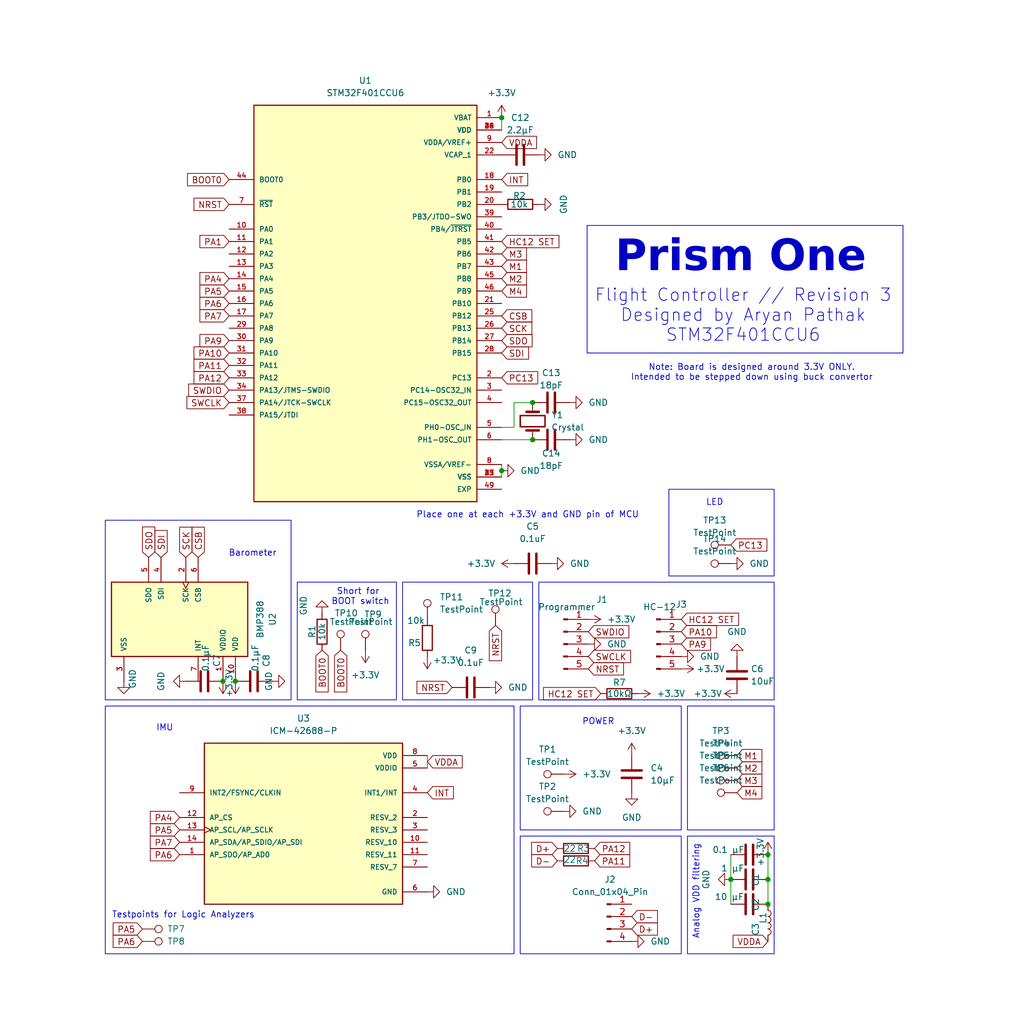
<source format=kicad_sch>
(kicad_sch (version 20250114) (generator "eeschema") (generator_version "9.0")
  (paper "User" 210 210)
  (lib_symbols
    (symbol "BMP388:BMP388" (pin_names (offset 1.016))
      (property "Reference" "U" (at -7.6281 15.2562 0))
      (property "Value" "BMP388" (at -7.6268 -15.2536 0))
      (symbol "BMP388_0_0"
        (rectangle (start -7.62 -12.7) (end 7.62 15.24) (stroke (width 0.254)) (fill (type background)))
        (pin input line (at -12.7 5.08 0) (length 5.08) (name "CSB") (number "6"))
        (pin input clock (at -12.7 2.54 0) (length 5.08) (name "SCK") (number "2"))
        (pin bidirectional line (at -12.7 -2.54 0) (length 5.08) (name "SDI") (number "4"))
        (pin bidirectional line (at -12.7 -5.08 0) (length 5.08) (name "SDO") (number "5"))
        (pin power_in line (at 12.7 12.7 180) (length 5.08) (name "VDD") (number "10"))
        (pin power_in line (at 12.7 10.16 180) (length 5.08) (name "VDDIO") (number "1"))
        (pin output line (at 12.7 5.08 180) (length 5.08) (name "INT") (number "7"))
        (pin power_in line (at 12.7 -10.16 180) (length 5.08) (name "VSS") (number "3"))
        (pin power_in line (at 12.7 -10.16 180) (length 5.08) (hide yes) (name "VSS") (number "8"))
        (pin power_in line (at 12.7 -10.16 180) (length 5.08) (hide yes) (name "VSS") (number "9"))
      )
    )
    (symbol "Connector:Conn_01x04_Pin" (pin_names (offset 1.016) (hide yes))
      (property "Reference" "J" (at 0 5.08 0))
      (property "Value" "Conn_01x04_Pin" (at 0 -7.62 0))
      (symbol "Conn_01x04_Pin_1_1"
        (rectangle (start 0.8636 2.667) (end 0 2.413) (stroke (width 0.1524)) (fill (type outline)))
        (rectangle (start 0.8636 0.127) (end 0 -0.127) (stroke (width 0.1524)) (fill (type outline)))
        (rectangle (start 0.8636 -2.413) (end 0 -2.667) (stroke (width 0.1524)) (fill (type outline)))
        (rectangle (start 0.8636 -4.953) (end 0 -5.207) (stroke (width 0.1524)) (fill (type outline)))
        (polyline (pts (xy 1.27 2.54) (xy 0.8636 2.54)) (stroke (width 0.1524)))
        (polyline (pts (xy 1.27 0) (xy 0.8636 0)) (stroke (width 0.1524)))
        (polyline (pts (xy 1.27 -2.54) (xy 0.8636 -2.54)) (stroke (width 0.1524)))
        (polyline (pts (xy 1.27 -5.08) (xy 0.8636 -5.08)) (stroke (width 0.1524)))
        (pin passive line (at 5.08 2.54 180) (length 3.81) (name "Pin_1") (number "1"))
        (pin passive line (at 5.08 0 180) (length 3.81) (name "Pin_2") (number "2"))
        (pin passive line (at 5.08 -2.54 180) (length 3.81) (name "Pin_3") (number "3"))
        (pin passive line (at 5.08 -5.08 180) (length 3.81) (name "Pin_4") (number "4"))
      )
    )
    (symbol "Connector:Conn_01x05_Pin" (pin_names (offset 1.016) (hide yes))
      (property "Reference" "J" (at 0 7.62 0))
      (property "Value" "Conn_01x05_Pin" (at 0 -7.62 0))
      (symbol "Conn_01x05_Pin_1_1"
        (rectangle (start 0.8636 5.207) (end 0 4.953) (stroke (width 0.1524)) (fill (type outline)))
        (rectangle (start 0.8636 2.667) (end 0 2.413) (stroke (width 0.1524)) (fill (type outline)))
        (rectangle (start 0.8636 0.127) (end 0 -0.127) (stroke (width 0.1524)) (fill (type outline)))
        (rectangle (start 0.8636 -2.413) (end 0 -2.667) (stroke (width 0.1524)) (fill (type outline)))
        (rectangle (start 0.8636 -4.953) (end 0 -5.207) (stroke (width 0.1524)) (fill (type outline)))
        (polyline (pts (xy 1.27 5.08) (xy 0.8636 5.08)) (stroke (width 0.1524)))
        (polyline (pts (xy 1.27 2.54) (xy 0.8636 2.54)) (stroke (width 0.1524)))
        (polyline (pts (xy 1.27 0) (xy 0.8636 0)) (stroke (width 0.1524)))
        (polyline (pts (xy 1.27 -2.54) (xy 0.8636 -2.54)) (stroke (width 0.1524)))
        (polyline (pts (xy 1.27 -5.08) (xy 0.8636 -5.08)) (stroke (width 0.1524)))
        (pin passive line (at 5.08 5.08 180) (length 3.81) (name "Pin_1") (number "1"))
        (pin passive line (at 5.08 2.54 180) (length 3.81) (name "Pin_2") (number "2"))
        (pin passive line (at 5.08 0 180) (length 3.81) (name "Pin_3") (number "3"))
        (pin passive line (at 5.08 -2.54 180) (length 3.81) (name "Pin_4") (number "4"))
        (pin passive line (at 5.08 -5.08 180) (length 3.81) (name "Pin_5") (number "5"))
      )
    )
    (symbol "Connector:TestPoint" (pin_numbers (hide yes)) (pin_names (offset 0.762) (hide yes))
      (property "Reference" "TP" (at 0 6.858 0))
      (property "Value" "TestPoint" (at 0 5.08 0))
      (symbol "TestPoint_0_1"
        (circle (center 0 3.302) (radius 0.762))
      )
      (symbol "TestPoint_1_1"
        (pin passive line (at 0 0 90) (length 2.54) (name "1") (number "1"))
      )
    )
    (symbol "Device:C" (pin_numbers (hide yes)) (pin_names (offset 0.254))
      (property "Reference" "C" (at 0.635 2.54 0))
      (property "Value" "C" (at 0.635 -2.54 0))
      (symbol "C_0_1"
        (polyline (pts (xy -2.032 0.762) (xy 2.032 0.762)) (stroke (width 0.508)))
        (polyline (pts (xy -2.032 -0.762) (xy 2.032 -0.762)) (stroke (width 0.508)))
      )
      (symbol "C_1_1"
        (pin passive line (at 0 3.81 270) (length 2.794) (name "~") (number "1"))
        (pin passive line (at 0 -3.81 90) (length 2.794) (name "~") (number "2"))
      )
    )
    (symbol "Device:Crystal" (pin_numbers (hide yes)) (pin_names (offset 1.016) (hide yes))
      (property "Reference" "Y" (at 0 3.81 0))
      (property "Value" "Crystal" (at 0 -3.81 0))
      (symbol "Crystal_0_1"
        (polyline (pts (xy -2.54 0) (xy -1.905 0)))
        (polyline (pts (xy -1.905 -1.27) (xy -1.905 1.27)) (stroke (width 0.508)))
        (rectangle (start -1.143 2.54) (end 1.143 -2.54) (stroke (width 0.3048)))
        (polyline (pts (xy 1.905 -1.27) (xy 1.905 1.27)) (stroke (width 0.508)))
        (polyline (pts (xy 2.54 0) (xy 1.905 0)))
      )
      (symbol "Crystal_1_1"
        (pin passive line (at -3.81 0 0) (length 1.27) (name "1") (number "1"))
        (pin passive line (at 3.81 0 180) (length 1.27) (name "2") (number "2"))
      )
    )
    (symbol "Device:L" (pin_numbers (hide yes)) (pin_names (offset 1.016) (hide yes))
      (property "Reference" "L" (at -1.27 0 90))
      (property "Value" "L" (at 1.905 0 90))
      (symbol "L_0_1"
        (arc (start 0 2.54) (mid 0.6323 1.905) (end 0 1.27))
        (arc (start 0 1.27) (mid 0.6323 0.635) (end 0 0))
        (arc (start 0 0) (mid 0.6323 -0.635) (end 0 -1.27))
        (arc (start 0 -1.27) (mid 0.6323 -1.905) (end 0 -2.54))
      )
      (symbol "L_1_1"
        (pin passive line (at 0 3.81 270) (length 1.27) (name "1") (number "1"))
        (pin passive line (at 0 -3.81 90) (length 1.27) (name "2") (number "2"))
      )
    )
    (symbol "Device:R" (pin_numbers (hide yes)) (pin_names (offset 0))
      (property "Reference" "R" (at 2.032 0 90))
      (property "Value" "R" (at 0 0 90))
      (symbol "R_0_1"
        (rectangle (start -1.016 -2.54) (end 1.016 2.54) (stroke (width 0.254)))
      )
      (symbol "R_1_1"
        (pin passive line (at 0 3.81 270) (length 1.27) (name "~") (number "1"))
        (pin passive line (at 0 -3.81 90) (length 1.27) (name "~") (number "2"))
      )
    )
    (symbol "ICM-42688-P:ICM-42688-P" (pin_names (offset 1.016))
      (property "Reference" "U" (at -20.32 16.002 0))
      (property "Value" "ICM-42688-P" (at -20.32 -20.32 0))
      (symbol "ICM-42688-P_0_0"
        (rectangle (start -20.32 -17.78) (end 20.32 15.24) (stroke (width 0.254)) (fill (type background)))
        (pin bidirectional line (at -25.4 5.08 0) (length 5.08) (name "INT2/FSYNC/CLKIN") (number "9"))
        (pin input line (at -25.4 0 0) (length 5.08) (name "AP_CS") (number "12"))
        (pin input clock (at -25.4 -2.54 0) (length 5.08) (name "AP_SCL/AP_SCLK") (number "13"))
        (pin bidirectional line (at -25.4 -5.08 0) (length 5.08) (name "AP_SDA/AP_SDIO/AP_SDI") (number "14"))
        (pin bidirectional line (at -25.4 -7.62 0) (length 5.08) (name "AP_SDO/AP_AD0") (number "1"))
        (pin power_in line (at 25.4 12.7 180) (length 5.08) (name "VDD") (number "8"))
        (pin power_in line (at 25.4 10.16 180) (length 5.08) (name "VDDIO") (number "5"))
        (pin output line (at 25.4 5.08 180) (length 5.08) (name "INT1/INT") (number "4"))
        (pin passive line (at 25.4 0 180) (length 5.08) (name "RESV_2") (number "2"))
        (pin passive line (at 25.4 -2.54 180) (length 5.08) (name "RESV_3") (number "3"))
        (pin passive line (at 25.4 -5.08 180) (length 5.08) (name "RESV_10") (number "10"))
        (pin passive line (at 25.4 -7.62 180) (length 5.08) (name "RESV_11") (number "11"))
        (pin passive line (at 25.4 -10.16 180) (length 5.08) (name "RESV_7") (number "7"))
        (pin power_in line (at 25.4 -15.24 180) (length 5.08) (name "GND") (number "6"))
      )
    )
    (symbol "STM32F401CCU6:STM32F401CCU6" (pin_names (offset 1.016))
      (property "Reference" "U" (at -22.86 41.402 0))
      (property "Value" "STM32F401CCU6" (at -22.86 -43.18 0))
      (symbol "STM32F401CCU6_0_0"
        (rectangle (start -22.86 -40.64) (end 22.86 40.64) (stroke (width 0.254)) (fill (type background)))
        (pin input line (at -27.94 25.4 0) (length 5.08) (name "BOOT0") (number "44"))
        (pin bidirectional line (at -27.94 20.32 0) (length 5.08) (name "~{RST}") (number "7"))
        (pin bidirectional line (at -27.94 15.24 0) (length 5.08) (name "PA0") (number "10"))
        (pin bidirectional line (at -27.94 12.7 0) (length 5.08) (name "PA1") (number "11"))
        (pin bidirectional line (at -27.94 10.16 0) (length 5.08) (name "PA2") (number "12"))
        (pin bidirectional line (at -27.94 7.62 0) (length 5.08) (name "PA3") (number "13"))
        (pin bidirectional line (at -27.94 5.08 0) (length 5.08) (name "PA4") (number "14"))
        (pin bidirectional line (at -27.94 2.54 0) (length 5.08) (name "PA5") (number "15"))
        (pin bidirectional line (at -27.94 0 0) (length 5.08) (name "PA6") (number "16"))
        (pin bidirectional line (at -27.94 -2.54 0) (length 5.08) (name "PA7") (number "17"))
        (pin bidirectional line (at -27.94 -5.08 0) (length 5.08) (name "PA8") (number "29"))
        (pin bidirectional line (at -27.94 -7.62 0) (length 5.08) (name "PA9") (number "30"))
        (pin bidirectional line (at -27.94 -10.16 0) (length 5.08) (name "PA10") (number "31"))
        (pin bidirectional line (at -27.94 -12.7 0) (length 5.08) (name "PA11") (number "32"))
        (pin bidirectional line (at -27.94 -15.24 0) (length 5.08) (name "PA12") (number "33"))
        (pin bidirectional line (at -27.94 -17.78 0) (length 5.08) (name "PA13/JTMS-SWDIO") (number "34"))
        (pin bidirectional line (at -27.94 -20.32 0) (length 5.08) (name "PA14/JTCK-SWCLK") (number "37"))
        (pin bidirectional line (at -27.94 -22.86 0) (length 5.08) (name "PA15/JTDI") (number "38"))
        (pin power_in line (at 27.94 38.1 180) (length 5.08) (name "VBAT") (number "1"))
        (pin power_in line (at 27.94 35.56 180) (length 5.08) (name "VDD") (number "24"))
        (pin power_in line (at 27.94 35.56 180) (length 5.08) (name "VDD") (number "36"))
        (pin power_in line (at 27.94 35.56 180) (length 5.08) (name "VDD") (number "48"))
        (pin power_in line (at 27.94 33.02 180) (length 5.08) (name "VDDA/VREF+") (number "9"))
        (pin power_in line (at 27.94 30.48 180) (length 5.08) (name "VCAP_1") (number "22"))
        (pin bidirectional line (at 27.94 25.4 180) (length 5.08) (name "PB0") (number "18"))
        (pin bidirectional line (at 27.94 22.86 180) (length 5.08) (name "PB1") (number "19"))
        (pin bidirectional line (at 27.94 20.32 180) (length 5.08) (name "PB2") (number "20"))
        (pin bidirectional line (at 27.94 17.78 180) (length 5.08) (name "PB3/JTDO-SWO") (number "39"))
        (pin bidirectional line (at 27.94 15.24 180) (length 5.08) (name "PB4/~{JTRST}") (number "40"))
        (pin bidirectional line (at 27.94 12.7 180) (length 5.08) (name "PB5") (number "41"))
        (pin bidirectional line (at 27.94 10.16 180) (length 5.08) (name "PB6") (number "42"))
        (pin bidirectional line (at 27.94 7.62 180) (length 5.08) (name "PB7") (number "43"))
        (pin bidirectional line (at 27.94 5.08 180) (length 5.08) (name "PB8") (number "45"))
        (pin bidirectional line (at 27.94 2.54 180) (length 5.08) (name "PB9") (number "46"))
        (pin bidirectional line (at 27.94 0 180) (length 5.08) (name "PB10") (number "21"))
        (pin bidirectional line (at 27.94 -2.54 180) (length 5.08) (name "PB12") (number "25"))
        (pin bidirectional line (at 27.94 -5.08 180) (length 5.08) (name "PB13") (number "26"))
        (pin bidirectional line (at 27.94 -7.62 180) (length 5.08) (name "PB14") (number "27"))
        (pin bidirectional line (at 27.94 -10.16 180) (length 5.08) (name "PB15") (number "28"))
        (pin bidirectional line (at 27.94 -15.24 180) (length 5.08) (name "PC13") (number "2"))
        (pin bidirectional line (at 27.94 -17.78 180) (length 5.08) (name "PC14-OSC32_IN") (number "3"))
        (pin bidirectional line (at 27.94 -20.32 180) (length 5.08) (name "PC15-OSC32_OUT") (number "4"))
        (pin bidirectional line (at 27.94 -25.4 180) (length 5.08) (name "PH0-OSC_IN") (number "5"))
        (pin bidirectional line (at 27.94 -27.94 180) (length 5.08) (name "PH1-OSC_OUT") (number "6"))
        (pin power_in line (at 27.94 -33.02 180) (length 5.08) (name "VSSA/VREF-") (number "8"))
        (pin power_in line (at 27.94 -35.56 180) (length 5.08) (name "VSS") (number "23"))
        (pin power_in line (at 27.94 -35.56 180) (length 5.08) (name "VSS") (number "35"))
        (pin power_in line (at 27.94 -35.56 180) (length 5.08) (name "VSS") (number "47"))
        (pin power_in line (at 27.94 -38.1 180) (length 5.08) (name "EXP") (number "49"))
      )
    )
    (symbol "power:+3.3V" (power) (pin_numbers (hide yes)) (pin_names (offset 0) (hide yes))
      (property "Value" "+3.3V" (at 0 3.556 0))
      (symbol "+3.3V_0_1"
        (polyline (pts (xy -0.762 1.27) (xy 0 2.54)))
        (polyline (pts (xy 0 2.54) (xy 0.762 1.27)))
        (polyline (pts (xy 0 0) (xy 0 2.54)))
      )
      (symbol "+3.3V_1_1"
        (pin power_in line (at 0 0 90) (length 0) (name "~") (number "1"))
      )
    )
    (symbol "power:GND" (power) (pin_numbers (hide yes)) (pin_names (offset 0) (hide yes))
      (property "Value" "GND" (at 0 -3.81 0))
      (symbol "GND_0_1"
        (polyline (pts (xy 0 0) (xy 0 -1.27) (xy 1.27 -1.27) (xy 0 -2.54) (xy -1.27 -1.27) (xy 0 -1.27)))
      )
      (symbol "GND_1_1"
        (pin power_in line (at 0 0 270) (length 0) (name "~") (number "1"))
      )
    )
  )
  (rectangle (start 110.49 119.38) (end 158.75 143.51))
  (rectangle (start 21.59 144.78) (end 105.41 195.58))
  (rectangle (start 106.68 171.45) (end 139.7 195.58))
  (rectangle (start 106.68 144.78) (end 139.7 170.18))
  (rectangle (start 140.97 171.45) (end 158.75 195.58))
  (rectangle (start 60.96 119.38) (end 81.28 143.51))
  (rectangle (start 120.396 46.228) (end 185.166 72.39))
  (rectangle (start 21.59 106.68) (end 59.69 143.51))
  (rectangle (start 137.16 100.33) (end 158.75 118.11))
  (rectangle (start 82.55 119.38) (end 109.22 143.51))
  (rectangle (start 140.97 144.78) (end 158.75 170.18))
  (text "Analog VDD filtering" (at 142.748 182.88 90) (effects (font (size 1.27 1.27))))
  (text "POWER" (at 122.682 148.082 0) (effects (font (size 1.27 1.27))))
  (text "Short for \nBOOT switch" (at 73.914 122.428 0) (effects (font (size 1.27 1.27))))
  (text "Prism One" (at 151.892 54.61 0) (effects (font (size 6.35 6.35) (bold yes))))
  (text "LED" (at 146.558 103.124 0) (effects (font (size 1.27 1.27))))
  (text "Testpoints for Logic Analyzers" (at 37.592 187.706 0) (effects (font (size 1.27 1.27))))
  (text "Flight Controller // Revision 3\nDesigned by Aryan Pathak\nSTM32F401CCU6" (at 152.4 64.77 0) (effects (font (size 2.54 2.54))))
  (text "Note: Board is designed around 3.3V ONLY.\nIntended to be stepped down using buck convertor" (at 154.178 76.454 0) (effects (font (size 1.27 1.27))))
  (text "IMU" (at 33.782 149.352 0) (effects (font (size 1.27 1.27))))
  (text "Place one at each +3.3V and GND pin of MCU" (at 108.204 105.664 0) (effects (font (size 1.27 1.27))))
  (text "Barometer" (at 51.816 113.538 0) (effects (font (size 1.27 1.27))))
  (junction (at 157.48 180.34))
  (junction (at 45.72 139.7))
  (junction (at 48.26 139.7))
  (junction (at 109.22 82.55))
  (junction (at 149.86 180.34))
  (junction (at 109.22 90.17))
  (junction (at 157.48 175.26))
  (junction (at 102.87 96.52))
  (junction (at 102.87 24.13))
  (junction (at 157.48 185.42))
  (wire (pts (xy 87.63 154.94) (xy 87.63 157.48)))
  (wire (pts (xy 102.87 90.17) (xy 109.22 90.17)))
  (wire (pts (xy 157.48 180.34) (xy 157.48 185.42)))
  (wire (pts (xy 102.87 87.63) (xy 105.41 87.63)))
  (wire (pts (xy 149.86 175.26) (xy 149.86 180.34)))
  (wire (pts (xy 102.87 24.13) (xy 102.87 26.67)))
  (wire (pts (xy 105.41 82.55) (xy 109.22 82.55)))
  (wire (pts (xy 105.41 87.63) (xy 105.41 82.55)))
  (wire (pts (xy 102.87 96.52) (xy 102.87 97.79)))
  (wire (pts (xy 149.86 180.34) (xy 149.86 185.42)))
  (wire (pts (xy 102.87 95.25) (xy 102.87 96.52)))
  (wire (pts (xy 157.48 175.26) (xy 157.48 180.34)))
  (global_label "PA5" (shape input) (at 29.21 190.5 180) (property "Intersheetrefs" "${INTERSHEET_REFS}" (effects (hide yes))))
  (global_label "BOOT0" (shape input) (at 66.04 133.35 270) (property "Intersheetrefs" "${INTERSHEET_REFS}" (effects (hide yes))))
  (global_label "SCK" (shape input) (at 102.87 67.31 0) (property "Intersheetrefs" "${INTERSHEET_REFS}" (effects (hide yes))))
  (global_label "NRST" (shape input) (at 46.99 41.91 180) (property "Intersheetrefs" "${INTERSHEET_REFS}" (effects (hide yes))))
  (global_label "M2" (shape input) (at 102.87 57.15 0) (property "Intersheetrefs" "${INTERSHEET_REFS}" (effects (hide yes))))
  (global_label "SWDIO" (shape input) (at 46.99 80.01 180) (property "Intersheetrefs" "${INTERSHEET_REFS}" (effects (hide yes))))
  (global_label "BOOT0" (shape input) (at 69.85 133.35 270) (property "Intersheetrefs" "${INTERSHEET_REFS}" (effects (hide yes))))
  (global_label "SWCLK" (shape input) (at 120.65 134.62 0) (property "Intersheetrefs" "${INTERSHEET_REFS}" (effects (hide yes))))
  (global_label "HC12 SET" (shape input) (at 102.87 49.53 0) (property "Intersheetrefs" "${INTERSHEET_REFS}" (effects (hide yes))))
  (global_label "PA9" (shape input) (at 139.7 132.08 0) (property "Intersheetrefs" "${INTERSHEET_REFS}" (effects (hide yes))))
  (global_label "VDDA" (shape input) (at 157.48 193.04 180) (property "Intersheetrefs" "${INTERSHEET_REFS}" (effects (hide yes))))
  (global_label "PA4" (shape input) (at 36.83 167.64 180) (property "Intersheetrefs" "${INTERSHEET_REFS}" (effects (hide yes))))
  (global_label "M4" (shape input) (at 102.87 59.69 0) (property "Intersheetrefs" "${INTERSHEET_REFS}" (effects (hide yes))))
  (global_label "M4" (shape input) (at 151.13 162.56 0) (property "Intersheetrefs" "${INTERSHEET_REFS}" (effects (hide yes))))
  (global_label "M1" (shape input) (at 102.87 54.61 0) (property "Intersheetrefs" "${INTERSHEET_REFS}" (effects (hide yes))))
  (global_label "M3" (shape input) (at 102.87 52.07 0) (property "Intersheetrefs" "${INTERSHEET_REFS}" (effects (hide yes))))
  (global_label "PA7" (shape input) (at 46.99 64.77 180) (property "Intersheetrefs" "${INTERSHEET_REFS}" (effects (hide yes))))
  (global_label "SDO" (shape input) (at 102.87 69.85 0) (property "Intersheetrefs" "${INTERSHEET_REFS}" (effects (hide yes))))
  (global_label "VDDA" (shape input) (at 102.87 29.21 0) (property "Intersheetrefs" "${INTERSHEET_REFS}" (effects (hide yes))))
  (global_label "SCK" (shape input) (at 38.1 114.3 90) (property "Intersheetrefs" "${INTERSHEET_REFS}" (effects (hide yes))))
  (global_label "PA6" (shape input) (at 29.21 193.04 180) (property "Intersheetrefs" "${INTERSHEET_REFS}" (effects (hide yes))))
  (global_label "D+" (shape input) (at 114.3 173.99 180) (property "Intersheetrefs" "${INTERSHEET_REFS}" (effects (hide yes))))
  (global_label "VDDA" (shape input) (at 87.63 156.21 0) (property "Intersheetrefs" "${INTERSHEET_REFS}" (effects (hide yes))))
  (global_label "INT" (shape input) (at 102.87 36.83 0) (property "Intersheetrefs" "${INTERSHEET_REFS}" (effects (hide yes))))
  (global_label "CSB" (shape input) (at 40.64 114.3 90) (property "Intersheetrefs" "${INTERSHEET_REFS}" (effects (hide yes))))
  (global_label "SWCLK" (shape input) (at 46.99 82.55 180) (property "Intersheetrefs" "${INTERSHEET_REFS}" (effects (hide yes))))
  (global_label "NRST" (shape input) (at 101.6 128.27 270) (property "Intersheetrefs" "${INTERSHEET_REFS}" (effects (hide yes))))
  (global_label "D-" (shape input) (at 114.3 176.53 180) (property "Intersheetrefs" "${INTERSHEET_REFS}" (effects (hide yes))))
  (global_label "PA5" (shape input) (at 46.99 59.69 180) (property "Intersheetrefs" "${INTERSHEET_REFS}" (effects (hide yes))))
  (global_label "PC13" (shape input) (at 102.87 77.47 0) (property "Intersheetrefs" "${INTERSHEET_REFS}" (effects (hide yes))))
  (global_label "PA4" (shape input) (at 46.99 57.15 180) (property "Intersheetrefs" "${INTERSHEET_REFS}" (effects (hide yes))))
  (global_label "PA5" (shape input) (at 36.83 170.18 180) (property "Intersheetrefs" "${INTERSHEET_REFS}" (effects (hide yes))))
  (global_label "CSB" (shape input) (at 102.87 64.77 0) (property "Intersheetrefs" "${INTERSHEET_REFS}" (effects (hide yes))))
  (global_label "PC13" (shape input) (at 149.86 111.76 0) (property "Intersheetrefs" "${INTERSHEET_REFS}" (effects (hide yes))))
  (global_label "PA11" (shape input) (at 121.92 176.53 0) (property "Intersheetrefs" "${INTERSHEET_REFS}" (effects (hide yes))))
  (global_label "SDI" (shape input) (at 33.02 114.3 90) (property "Intersheetrefs" "${INTERSHEET_REFS}" (effects (hide yes))))
  (global_label "PA1" (shape input) (at 46.99 49.53 180) (property "Intersheetrefs" "${INTERSHEET_REFS}" (effects (hide yes))))
  (global_label "PA12" (shape input) (at 121.92 173.99 0) (property "Intersheetrefs" "${INTERSHEET_REFS}" (effects (hide yes))))
  (global_label "BOOT0" (shape input) (at 46.99 36.83 180) (property "Intersheetrefs" "${INTERSHEET_REFS}" (effects (hide yes))))
  (global_label "M1" (shape input) (at 151.13 154.94 0) (property "Intersheetrefs" "${INTERSHEET_REFS}" (effects (hide yes))))
  (global_label "SDI" (shape input) (at 102.87 72.39 0) (property "Intersheetrefs" "${INTERSHEET_REFS}" (effects (hide yes))))
  (global_label "D+" (shape input) (at 129.54 190.5 0) (property "Intersheetrefs" "${INTERSHEET_REFS}" (effects (hide yes))))
  (global_label "PA10" (shape input) (at 139.7 129.54 0) (property "Intersheetrefs" "${INTERSHEET_REFS}" (effects (hide yes))))
  (global_label "PA10" (shape input) (at 46.99 72.39 180) (property "Intersheetrefs" "${INTERSHEET_REFS}" (effects (hide yes))))
  (global_label "D-" (shape input) (at 129.54 187.96 0) (property "Intersheetrefs" "${INTERSHEET_REFS}" (effects (hide yes))))
  (global_label "PA12" (shape input) (at 46.99 77.47 180) (property "Intersheetrefs" "${INTERSHEET_REFS}" (effects (hide yes))))
  (global_label "NRST" (shape input) (at 120.65 137.16 0) (property "Intersheetrefs" "${INTERSHEET_REFS}" (effects (hide yes))))
  (global_label "SDO" (shape input) (at 30.48 114.3 90) (property "Intersheetrefs" "${INTERSHEET_REFS}" (effects (hide yes))))
  (global_label "HC12 SET" (shape input) (at 139.7 127 0) (property "Intersheetrefs" "${INTERSHEET_REFS}" (effects (hide yes))))
  (global_label "PA7" (shape input) (at 36.83 172.72 180) (property "Intersheetrefs" "${INTERSHEET_REFS}" (effects (hide yes))))
  (global_label "HC12 SET" (shape input) (at 123.19 142.24 180) (property "Intersheetrefs" "${INTERSHEET_REFS}" (effects (hide yes))))
  (global_label "SWDIO" (shape input) (at 120.65 129.54 0) (property "Intersheetrefs" "${INTERSHEET_REFS}" (effects (hide yes))))
  (global_label "INT" (shape input) (at 87.63 162.56 0) (property "Intersheetrefs" "${INTERSHEET_REFS}" (effects (hide yes))))
  (global_label "NRST" (shape input) (at 92.71 140.97 180) (property "Intersheetrefs" "${INTERSHEET_REFS}" (effects (hide yes))))
  (global_label "M3" (shape input) (at 151.13 160.02 0) (property "Intersheetrefs" "${INTERSHEET_REFS}" (effects (hide yes))))
  (global_label "PA9" (shape input) (at 46.99 69.85 180) (property "Intersheetrefs" "${INTERSHEET_REFS}" (effects (hide yes))))
  (global_label "PA6" (shape input) (at 46.99 62.23 180) (property "Intersheetrefs" "${INTERSHEET_REFS}" (effects (hide yes))))
  (global_label "M2" (shape input) (at 151.13 157.48 0) (property "Intersheetrefs" "${INTERSHEET_REFS}" (effects (hide yes))))
  (global_label "PA6" (shape input) (at 36.83 175.26 180) (property "Intersheetrefs" "${INTERSHEET_REFS}" (effects (hide yes))))
  (global_label "PA11" (shape input) (at 46.99 74.93 180) (property "Intersheetrefs" "${INTERSHEET_REFS}" (effects (hide yes))))
  (symbol (lib_id "power:+3.3V") (at 120.65 127 270) (unit 1)
    (property "Reference" "#PWR05" (effects (hide yes)))
    (property "Value" "+3.3V" (at 124.46 126.9999 90) (effects (justify left)))
    (property "Description" "Power symbol creates a global label with name \"+3.3V\"" (effects (hide yes)))
  )
  (symbol (lib_id "Device:C") (at 153.67 185.42 270) (unit 1)
    (property "Reference" "C3" (at 154.9401 189.23 0) (effects (justify left)))
    (property "Value" "10 µF" (at 146.558 183.896 90) (effects (justify left)))
    (property "Footprint" "Capacitor_SMD:C_0805_2012Metric" (effects (hide yes)))
    (property "Description" "Unpolarized capacitor" (effects (hide yes)))
  )
  (symbol (lib_id "Connector:TestPoint") (at 87.63 127 0) (unit 1)
    (property "Reference" "TP11" (at 90.17 122.4279 0) (effects (justify left)))
    (property "Value" "TestPoint" (at 90.17 124.9679 0) (effects (justify left)))
    (property "Footprint" "TestPoint:TestPoint_Pad_D1.0mm" (effects (hide yes)))
    (property "Description" "test point" (effects (hide yes)))
  )
  (symbol (lib_id "power:GND") (at 149.86 180.34 270) (unit 1)
    (property "Reference" "#PWR08" (effects (hide yes)))
    (property "Value" "GND" (at 144.78 180.34 0))
    (property "Description" "Power symbol creates a global label with name \"GND\" , ground" (effects (hide yes)))
  )
  (symbol (lib_id "Device:C") (at 153.67 175.26 270) (unit 1)
    (property "Reference" "C1" (at 154.9401 179.07 0) (effects (justify left)))
    (property "Value" "0.1 µF" (at 146.05 174.244 90) (effects (justify left)))
    (property "Footprint" "Capacitor_SMD:C_0603_1608Metric" (effects (hide yes)))
    (property "Description" "Unpolarized capacitor" (effects (hide yes)))
  )
  (symbol (lib_id "power:GND") (at 129.54 193.04 90) (unit 1)
    (property "Reference" "#PWR021" (effects (hide yes)))
    (property "Value" "GND" (at 133.35 193.0401 90) (effects (justify right)))
    (property "Description" "Power symbol creates a global label with name \"GND\" , ground" (effects (hide yes)))
  )
  (symbol (lib_id "power:+3.3V") (at 102.87 24.13 0) (unit 1)
    (property "Reference" "#PWR01" (effects (hide yes)))
    (property "Value" "+3.3V" (at 102.87 19.05 0))
    (property "Description" "Power symbol creates a global label with name \"+3.3V\"" (effects (hide yes)))
  )
  (symbol (lib_id "power:GND") (at 25.4 139.7 0) (unit 1)
    (property "Reference" "#PWR018" (effects (hide yes)))
    (property "Value" "GND" (at 27.178 137.16 90) (effects (justify right)))
    (property "Description" "Power symbol creates a global label with name \"GND\" , ground" (effects (hide yes)))
  )
  (symbol (lib_id "Connector:TestPoint") (at 115.57 158.75 90) (unit 1)
    (property "Reference" "TP1" (at 112.268 153.67 90))
    (property "Value" "TestPoint" (at 112.268 156.21 90))
    (property "Footprint" "TestPoint:TestPoint_THTPad_2.5x2.5mm_Drill1.2mm" (effects (hide yes)))
    (property "Description" "test point" (effects (hide yes)))
  )
  (symbol (lib_id "Connector:Conn_01x04_Pin") (at 124.46 187.96 0) (unit 1)
    (property "Reference" "J2" (at 125.095 180.34 0))
    (property "Value" "Conn_01x04_Pin" (at 125.095 182.88 0))
    (property "Footprint" "Connector_PinHeader_1.00mm:PinHeader_1x04_P1.00mm_Vertical" (effects (hide yes)))
    (property "Description" "Generic connector, single row, 01x04, script generated" (effects (hide yes)))
  )
  (symbol (lib_id "Device:C") (at 41.91 139.7 270) (unit 1)
    (property "Reference" "C7" (at 44.45 134.112 0) (effects (justify left)))
    (property "Value" "0.1µF" (at 42.164 132.08 0) (effects (justify left)))
    (property "Footprint" "Capacitor_SMD:C_0603_1608Metric" (effects (hide yes)))
    (property "Description" "Unpolarized capacitor" (effects (hide yes)))
  )
  (symbol (lib_id "power:GND") (at 38.1 139.7 270) (unit 1)
    (property "Reference" "#PWR034" (effects (hide yes)))
    (property "Value" "GND" (at 33.02 139.7 0))
    (property "Description" "Power symbol creates a global label with name \"GND\" , ground" (effects (hide yes)))
  )
  (symbol (lib_id "power:+3.3V") (at 48.26 139.7 180) (unit 1)
    (property "Reference" "#PWR030" (effects (hide yes)))
    (property "Value" "+3.3V" (at 46.99 137.16 90) (effects (justify left)))
    (property "Description" "Power symbol creates a global label with name \"+3.3V\"" (effects (hide yes)))
  )
  (symbol (lib_id "Connector:Conn_01x05_Pin") (at 134.62 132.08 0) (unit 1)
    (property "Reference" "J3" (at 139.7 123.952 0))
    (property "Value" "HC-12" (at 135.255 124.46 0))
    (property "Footprint" "Connector_PinHeader_1.00mm:PinHeader_1x05_P1.00mm_Vertical" (effects (hide yes)))
    (property "Description" "Generic connector, single row, 01x05, script generated" (effects (hide yes)))
  )
  (symbol (lib_id "power:GND") (at 116.84 90.17 90) (unit 1)
    (property "Reference" "#PWR028" (effects (hide yes)))
    (property "Value" "GND" (at 120.65 90.1699 90) (effects (justify right)))
    (property "Description" "Power symbol creates a global label with name \"GND\" , ground" (effects (hide yes)))
  )
  (symbol (lib_id "Connector:TestPoint") (at 29.21 193.04 270) (unit 1)
    (property "Reference" "TP8" (at 34.29 193.04 90) (effects (justify left)))
    (property "Value" "TestPoint" (effects (hide yes)))
    (property "Footprint" "TestPoint:TestPoint_Pad_D1.0mm" (effects (hide yes)))
    (property "Description" "test point" (effects (hide yes)))
  )
  (symbol (lib_id "power:+3.3V") (at 151.13 142.24 90) (unit 1)
    (property "Reference" "#PWR025" (effects (hide yes)))
    (property "Value" "+3.3V" (at 148.082 142.24 90) (effects (justify left)))
    (property "Description" "Power symbol creates a global label with name \"+3.3V\"" (effects (hide yes)))
  )
  (symbol (lib_id "Connector:TestPoint") (at 149.86 111.76 90) (unit 1)
    (property "Reference" "TP13" (at 146.558 106.68 90))
    (property "Value" "TestPoint" (at 146.558 109.22 90))
    (property "Footprint" "TestPoint:TestPoint_Pad_D1.0mm" (effects (hide yes)))
    (property "Description" "test point" (effects (hide yes)))
  )
  (symbol (lib_id "Device:R") (at 118.11 173.99 90) (unit 1)
    (property "Reference" "R3" (at 119.634 173.99 90))
    (property "Value" "22" (at 116.84 173.99 90))
    (property "Footprint" "Resistor_SMD:R_0603_1608Metric" (effects (hide yes)))
    (property "Description" "Resistor" (effects (hide yes)))
  )
  (symbol (lib_id "Connector:TestPoint") (at 151.13 162.56 90) (unit 1)
    (property "Reference" "TP6" (at 147.828 157.48 90))
    (property "Value" "TestPoint" (at 147.828 160.02 90))
    (property "Footprint" "TestPoint:TestPoint_Pad_1.5x1.5mm" (effects (hide yes)))
    (property "Description" "test point" (effects (hide yes)))
  )
  (symbol (lib_id "Device:Crystal") (at 109.22 86.36 90) (unit 1)
    (property "Reference" "Y1" (at 113.03 85.0899 90) (effects (justify right)))
    (property "Value" "Crystal" (at 113.03 87.6299 90) (effects (justify right)))
    (property "Footprint" "Crystal:Crystal_SMD_Abracon_ABM7-2Pin_6.0x3.5mm" (effects (hide yes)))
    (property "Description" "Two pin crystal" (effects (hide yes)))
  )
  (symbol (lib_id "Connector:TestPoint") (at 149.86 115.57 90) (unit 1)
    (property "Reference" "TP14" (at 146.558 110.49 90))
    (property "Value" "TestPoint" (at 146.558 113.03 90))
    (property "Footprint" "TestPoint:TestPoint_Pad_D1.0mm" (effects (hide yes)))
    (property "Description" "test point" (effects (hide yes)))
  )
  (symbol (lib_id "Device:C") (at 106.68 31.75 90) (unit 1)
    (property "Reference" "C12" (at 106.68 24.13 90))
    (property "Value" "2.2µF" (at 106.68 26.67 90))
    (property "Footprint" "Capacitor_SMD:C_0805_2012Metric" (effects (hide yes)))
    (property "Description" "Unpolarized capacitor" (effects (hide yes)))
  )
  (symbol (lib_id "power:GND") (at 149.86 115.57 90) (unit 1)
    (property "Reference" "#PWR09" (effects (hide yes)))
    (property "Value" "GND" (at 153.67 115.5699 90) (effects (justify right)))
    (property "Description" "Power symbol creates a global label with name \"GND\" , ground" (effects (hide yes)))
  )
  (symbol (lib_id "power:GND") (at 139.7 134.62 90) (unit 1)
    (property "Reference" "#PWR014" (effects (hide yes)))
    (property "Value" "GND" (at 143.51 134.6199 90) (effects (justify right)))
    (property "Description" "Power symbol creates a global label with name \"GND\" , ground" (effects (hide yes)))
  )
  (symbol (lib_id "Device:C") (at 113.03 90.17 90) (unit 1)
    (property "Reference" "C14" (at 113.03 92.964 90))
    (property "Value" "18pF" (at 113.03 95.504 90))
    (property "Footprint" "Capacitor_SMD:C_0603_1608Metric" (effects (hide yes)))
    (property "Description" "Unpolarized capacitor" (effects (hide yes)))
  )
  (symbol (lib_id "Device:R") (at 118.11 176.53 90) (unit 1)
    (property "Reference" "R4" (at 119.38 176.53 90))
    (property "Value" "22" (at 116.84 176.276 90))
    (property "Footprint" "Resistor_SMD:R_0603_1608Metric" (effects (hide yes)))
    (property "Description" "Resistor" (effects (hide yes)))
  )
  (symbol (lib_id "Device:L") (at 157.48 189.23 0) (unit 1)
    (property "Reference" "L1" (at 156.464 188.214 90))
    (property "Value" "L" (effects (hide yes)))
    (property "Footprint" "Resistor_SMD:R_0603_1608Metric" (effects (hide yes)))
    (property "Description" "Inductor" (effects (hide yes)))
  )
  (symbol (lib_id "power:GND") (at 100.33 140.97 90) (unit 1)
    (property "Reference" "#PWR019" (effects (hide yes)))
    (property "Value" "GND" (at 104.14 140.9699 90) (effects (justify right)))
    (property "Description" "Power symbol creates a global label with name \"GND\" , ground" (effects (hide yes)))
  )
  (symbol (lib_id "power:+3.3V") (at 87.63 134.62 180) (unit 1)
    (property "Reference" "#PWR017" (effects (hide yes)))
    (property "Value" "+3.3V" (at 91.694 135.382 0))
    (property "Description" "Power symbol creates a global label with name \"+3.3V\"" (effects (hide yes)))
  )
  (symbol (lib_id "Device:R") (at 127 142.24 90) (unit 1)
    (property "Reference" "R7" (at 127 139.954 90))
    (property "Value" "10kΩ" (at 127 142.24 90))
    (property "Footprint" "Resistor_SMD:R_0603_1608Metric" (effects (hide yes)))
    (property "Description" "Resistor" (effects (hide yes)))
  )
  (symbol (lib_id "power:+3.3V") (at 115.57 158.75 270) (unit 1)
    (property "Reference" "#PWR010" (effects (hide yes)))
    (property "Value" "+3.3V" (at 119.38 158.7499 90) (effects (justify left)))
    (property "Description" "Power symbol creates a global label with name \"+3.3V\"" (effects (hide yes)))
  )
  (symbol (lib_id "Device:C") (at 52.07 139.7 270) (unit 1)
    (property "Reference" "C8" (at 54.61 134.112 0) (effects (justify left)))
    (property "Value" "0.1µF" (at 52.324 132.08 0) (effects (justify left)))
    (property "Footprint" "Capacitor_SMD:C_0603_1608Metric" (effects (hide yes)))
    (property "Description" "Unpolarized capacitor" (effects (hide yes)))
  )
  (symbol (lib_id "Connector:TestPoint") (at 115.57 166.37 90) (unit 1)
    (property "Reference" "TP2" (at 112.268 161.29 90))
    (property "Value" "TestPoint" (at 112.268 163.83 90))
    (property "Footprint" "TestPoint:TestPoint_THTPad_2.5x2.5mm_Drill1.2mm" (effects (hide yes)))
    (property "Description" "test point" (effects (hide yes)))
  )
  (symbol (lib_id "Device:C") (at 96.52 140.97 90) (unit 1)
    (property "Reference" "C9" (at 96.52 133.35 90))
    (property "Value" "0.1uF" (at 96.52 135.89 90))
    (property "Footprint" "Capacitor_SMD:C_0603_1608Metric" (effects (hide yes)))
    (property "Description" "Unpolarized capacitor" (effects (hide yes)))
  )
  (symbol (lib_id "Device:C") (at 113.03 82.55 90) (unit 1)
    (property "Reference" "C13" (at 113.03 76.454 90))
    (property "Value" "18pF" (at 113.03 78.994 90))
    (property "Footprint" "Capacitor_SMD:C_0603_1608Metric" (effects (hide yes)))
    (property "Description" "Unpolarized capacitor" (effects (hide yes)))
  )
  (symbol (lib_id "power:+3.3V") (at 74.93 133.35 180) (unit 1)
    (property "Reference" "#PWR024" (effects (hide yes)))
    (property "Value" "+3.3V" (at 74.93 138.43 0))
    (property "Description" "Power symbol creates a global label with name \"+3.3V\"" (effects (hide yes)))
  )
  (symbol (lib_id "power:+3.3V") (at 157.48 175.26 0) (unit 1)
    (property "Reference" "#PWR07" (effects (hide yes)))
    (property "Value" "+3.3V" (at 155.956 174.752 90))
    (property "Description" "Power symbol creates a global label with name \"+3.3V\"" (effects (hide yes)))
  )
  (symbol (lib_id "power:GND") (at 120.65 132.08 90) (unit 1)
    (property "Reference" "#PWR06" (effects (hide yes)))
    (property "Value" "GND" (at 124.46 132.0799 90) (effects (justify right)))
    (property "Description" "Power symbol creates a global label with name \"GND\" , ground" (effects (hide yes)))
  )
  (symbol (lib_id "power:GND") (at 115.57 166.37 90) (unit 1)
    (property "Reference" "#PWR011" (effects (hide yes)))
    (property "Value" "GND" (at 119.38 166.3699 90) (effects (justify right)))
    (property "Description" "Power symbol creates a global label with name \"GND\" , ground" (effects (hide yes)))
  )
  (symbol (lib_id "power:GND") (at 55.88 139.7 90) (unit 1)
    (property "Reference" "#PWR033" (effects (hide yes)))
    (property "Value" "GND" (at 55.118 139.7 0))
    (property "Description" "Power symbol creates a global label with name \"GND\" , ground" (effects (hide yes)))
  )
  (symbol (lib_id "power:+3.3V") (at 130.81 142.24 270) (unit 1)
    (property "Reference" "#PWR013" (effects (hide yes)))
    (property "Value" "+3.3V" (at 134.62 142.2399 90) (effects (justify left)))
    (property "Description" "Power symbol creates a global label with name \"+3.3V\"" (effects (hide yes)))
  )
  (symbol (lib_id "power:GND") (at 129.54 162.56 0) (unit 1)
    (property "Reference" "#PWR020" (effects (hide yes)))
    (property "Value" "GND" (at 129.54 167.64 0))
    (property "Description" "Power symbol creates a global label with name \"GND\" , ground" (effects (hide yes)))
  )
  (symbol (lib_id "Connector:TestPoint") (at 151.13 157.48 90) (unit 1)
    (property "Reference" "TP4" (at 147.828 152.4 90))
    (property "Value" "TestPoint" (at 147.828 154.94 90))
    (property "Footprint" "TestPoint:TestPoint_Pad_1.5x1.5mm" (effects (hide yes)))
    (property "Description" "test point" (effects (hide yes)))
  )
  (symbol (lib_id "Device:R") (at 106.68 41.91 270) (unit 1)
    (property "Reference" "R2" (at 105.156 40.132 90) (effects (justify left)))
    (property "Value" "10k" (at 104.648 41.91 90) (effects (justify left)))
    (property "Footprint" "Resistor_SMD:R_0603_1608Metric" (effects (hide yes)))
    (property "Description" "Resistor" (effects (hide yes)))
  )
  (symbol (lib_id "Connector:TestPoint") (at 151.13 160.02 90) (unit 1)
    (property "Reference" "TP5" (at 147.828 154.94 90))
    (property "Value" "TestPoint" (at 147.828 157.48 90))
    (property "Footprint" "TestPoint:TestPoint_Pad_1.5x1.5mm" (effects (hide yes)))
    (property "Description" "test point" (effects (hide yes)))
  )
  (symbol (lib_id "STM32F401CCU6:STM32F401CCU6") (at 74.93 62.23 0) (unit 1)
    (property "Reference" "U1" (at 74.93 16.51 0))
    (property "Value" "STM32F401CCU6" (at 74.93 19.05 0))
    (property "Footprint" "CUSTOM:STM32F401CCU6" (effects (hide yes)))
    (property "MF" "STMicroelectronics" (effects (hide yes)))
    (property "MAXIMUM_PACKAGE_HEIGHT" "0.6mm" (effects (hide yes)))
    (property "Package" "UFQFPN-48 STMicroelectronics" (effects (hide yes)))
    (property "Price" "None" (effects (hide yes)))
    (property "Check_prices" "https://www.snapeda.com/parts/STM32F401CCU6/STMicroelectronics/view-part/?ref=eda" (effects (hide yes)))
    (property "STANDARD" "IPC-7351B" (effects (hide yes)))
    (property "PARTREV" "11" (effects (hide yes)))
    (property "SnapEDA_Link" "https://www.snapeda.com/parts/STM32F401CCU6/STMicroelectronics/view-part/?ref=snap" (effects (hide yes)))
    (property "MP" "STM32F401CCU6" (effects (hide yes)))
    (property "Description_1" "\n                        \n                            ARM® Cortex®-M4 STM32F4 Microcontroller IC 32-Bit Single-Core 84MHz 256KB (256K x 8) FLASH 48-UFQFPN (7x7)\n                        \n" (effects (hide yes)))
    (property "Availability" "In Stock" (effects (hide yes)))
    (property "MANUFACTURER" "STMicroelectronics" (effects (hide yes)))
  )
  (symbol (lib_id "power:GND") (at 66.04 125.73 180) (unit 1)
    (property "Reference" "#PWR03" (effects (hide yes)))
    (property "Value" "GND" (at 62.23 126.238 90) (effects (justify right)))
    (property "Description" "Power symbol creates a global label with name \"GND\" , ground" (effects (hide yes)))
  )
  (symbol (lib_id "power:GND") (at 110.49 41.91 90) (unit 1)
    (property "Reference" "#PWR04" (effects (hide yes)))
    (property "Value" "GND" (at 115.57 41.91 0))
    (property "Description" "Power symbol creates a global label with name \"GND\" , ground" (effects (hide yes)))
  )
  (symbol (lib_id "power:+3.3V") (at 129.54 154.94 0) (unit 1)
    (property "Reference" "#PWR016" (effects (hide yes)))
    (property "Value" "+3.3V" (at 129.54 149.86 0))
    (property "Description" "Power symbol creates a global label with name \"+3.3V\"" (effects (hide yes)))
  )
  (symbol (lib_id "Connector:TestPoint") (at 151.13 154.94 90) (unit 1)
    (property "Reference" "TP3" (at 147.828 149.86 90))
    (property "Value" "TestPoint" (at 147.828 152.4 90))
    (property "Footprint" "TestPoint:TestPoint_Pad_1.5x1.5mm" (effects (hide yes)))
    (property "Description" "test point" (effects (hide yes)))
  )
  (symbol (lib_id "power:+3.3V") (at 139.7 137.16 270) (unit 1)
    (property "Reference" "#PWR015" (effects (hide yes)))
    (property "Value" "+3.3V" (at 142.748 137.16 90) (effects (justify left)))
    (property "Description" "Power symbol creates a global label with name \"+3.3V\"" (effects (hide yes)))
  )
  (symbol (lib_id "Connector:TestPoint") (at 74.93 133.35 0) (unit 1)
    (property "Reference" "TP9" (at 74.676 125.984 0) (effects (justify left)))
    (property "Value" "TestPoint" (at 71.628 127.508 0) (effects (justify left)))
    (property "Footprint" "TestPoint:TestPoint_Pad_D1.0mm" (effects (hide yes)))
    (property "Description" "test point" (effects (hide yes)))
  )
  (symbol (lib_id "power:GND") (at 151.13 134.62 180) (unit 1)
    (property "Reference" "#PWR012" (effects (hide yes)))
    (property "Value" "GND" (at 151.13 129.54 0))
    (property "Description" "Power symbol creates a global label with name \"GND\" , ground" (effects (hide yes)))
  )
  (symbol (lib_id "Connector:TestPoint") (at 101.6 128.27 0) (unit 1)
    (property "Reference" "TP12" (at 100.076 121.666 0) (effects (justify left)))
    (property "Value" "TestPoint" (at 98.298 123.444 0) (effects (justify left)))
    (property "Footprint" "TestPoint:TestPoint_Pad_D1.0mm" (effects (hide yes)))
    (property "Description" "test point" (effects (hide yes)))
  )
  (symbol (lib_id "Device:C") (at 151.13 138.43 0) (unit 1)
    (property "Reference" "C6" (at 153.924 137.16 0) (effects (justify left)))
    (property "Value" "10uF" (at 153.924 139.7 0) (effects (justify left)))
    (property "Footprint" "Capacitor_SMD:C_0805_2012Metric" (effects (hide yes)))
    (property "Description" "Unpolarized capacitor" (effects (hide yes)))
  )
  (symbol (lib_id "Device:C") (at 129.54 158.75 0) (unit 1)
    (property "Reference" "C4" (at 133.35 157.4799 0) (effects (justify left)))
    (property "Value" "10µF" (at 133.35 160.0199 0) (effects (justify left)))
    (property "Footprint" "Capacitor_SMD:C_0805_2012Metric" (effects (hide yes)))
    (property "Description" "Unpolarized capacitor" (effects (hide yes)))
  )
  (symbol (lib_id "Device:R") (at 87.63 130.81 0) (unit 1)
    (property "Reference" "R5" (at 86.36 131.826 0) (effects (justify right)))
    (property "Value" "10k" (at 87.122 127.254 0) (effects (justify right)))
    (property "Footprint" "Resistor_SMD:R_0603_1608Metric" (effects (hide yes)))
    (property "Description" "Resistor" (effects (hide yes)))
  )
  (symbol (lib_id "Connector:Conn_01x05_Pin") (at 115.57 132.08 0) (unit 1)
    (property "Reference" "J1" (at 123.444 122.936 0))
    (property "Value" "Programmer" (at 116.205 124.46 0))
    (property "Footprint" "Connector_PinHeader_1.00mm:PinHeader_1x05_P1.00mm_Vertical" (effects (hide yes)))
    (property "Description" "Generic connector, single row, 01x05, script generated" (effects (hide yes)))
  )
  (symbol (lib_id "Device:C") (at 109.22 115.57 90) (unit 1)
    (property "Reference" "C5" (at 109.22 107.95 90))
    (property "Value" "0.1uF" (at 109.22 110.49 90))
    (property "Footprint" "Capacitor_SMD:C_0603_1608Metric" (effects (hide yes)))
    (property "Description" "Unpolarized capacitor" (effects (hide yes)))
  )
  (symbol (lib_id "power:GND") (at 102.87 96.52 90) (unit 1)
    (property "Reference" "#PWR02" (effects (hide yes)))
    (property "Value" "GND" (at 106.68 96.5199 90) (effects (justify right)))
    (property "Description" "Power symbol creates a global label with name \"GND\" , ground" (effects (hide yes)))
  )
  (symbol (lib_id "Device:R") (at 66.04 129.54 0) (unit 1)
    (property "Reference" "R1" (at 64.008 129.54 90))
    (property "Value" "10k" (at 66.04 129.54 90))
    (property "Footprint" "Resistor_SMD:R_0603_1608Metric" (effects (hide yes)))
    (property "Description" "Resistor" (effects (hide yes)))
  )
  (symbol (lib_id "power:GND") (at 110.49 31.75 90) (unit 1)
    (property "Reference" "#PWR026" (effects (hide yes)))
    (property "Value" "GND" (at 114.3 31.7499 90) (effects (justify right)))
    (property "Description" "Power symbol creates a global label with name \"GND\" , ground" (effects (hide yes)))
  )
  (symbol (lib_id "power:GND") (at 87.63 182.88 90) (unit 1)
    (property "Reference" "#PWR029" (effects (hide yes)))
    (property "Value" "GND" (at 91.44 182.8799 90) (effects (justify right)))
    (property "Description" "Power symbol creates a global label with name \"GND\" , ground" (effects (hide yes)))
  )
  (symbol (lib_id "power:GND") (at 116.84 82.55 90) (unit 1)
    (property "Reference" "#PWR027" (effects (hide yes)))
    (property "Value" "GND" (at 120.65 82.5499 90) (effects (justify right)))
    (property "Description" "Power symbol creates a global label with name \"GND\" , ground" (effects (hide yes)))
  )
  (symbol (lib_id "power:+3.3V") (at 45.72 139.7 180) (unit 1)
    (property "Reference" "#PWR031" (effects (hide yes)))
    (property "Value" "+3.3V" (effects (hide yes)))
    (property "Description" "Power symbol creates a global label with name \"+3.3V\"" (effects (hide yes)))
  )
  (symbol (lib_id "ICM-42688-P:ICM-42688-P") (at 62.23 167.64 0) (unit 1)
    (property "Reference" "U3" (at 62.23 147.32 0))
    (property "Value" "ICM-42688-P" (at 62.23 149.86 0))
    (property "Footprint" "footprints:ICM-42688-P" (effects (hide yes)))
    (property "MF" "TDK InvenSense" (effects (hide yes)))
    (property "MAXIMUM_PACKAGE_HEIGHT" "0.97mm" (effects (hide yes)))
    (property "Package" "LGA-14 TDK InvenSense" (effects (hide yes)))
    (property "Price" "None" (effects (hide yes)))
    (property "Check_prices" "https://www.snapeda.com/parts/ICM-42688-P/TDK/view-part/?ref=eda" (effects (hide yes)))
    (property "STANDARD" "IPC-7351B" (effects (hide yes)))
    (property "PARTREV" "1.2" (effects (hide yes)))
    (property "SnapEDA_Link" "https://www.snapeda.com/parts/ICM-42688-P/TDK/view-part/?ref=snap" (effects (hide yes)))
    (property "MP" "ICM-42688-P" (effects (hide yes)))
    (property "Description_1" "\n                        \n                            Accelerometer, Gyroscope, 6 Axis Sensor - Output\n                        \n" (effects (hide yes)))
    (property "Availability" "In Stock" (effects (hide yes)))
    (property "MANUFACTURER" "TDK InvenSense" (effects (hide yes)))
  )
  (symbol (lib_id "BMP388:BMP388") (at 35.56 127 270) (unit 1)
    (property "Reference" "U2" (at 55.88 127 0))
    (property "Value" "BMP388" (at 53.34 127 0))
    (property "Footprint" "footprints:10LGA_2X2X0p75_BOS" (effects (hide yes)))
    (property "MF" "Bosch Sensortec" (effects (hide yes)))
    (property "Description_1" "Pressure Sensor 4.35PSI ~ 18.13PSI (30kPa ~ 125kPa) Absolute - - 10-WFLGA" (effects (hide yes)))
    (property "Package" "WFLGA-10 Bosch Tools" (effects (hide yes)))
    (property "Price" "None" (effects (hide yes)))
    (property "Check_prices" "https://www.snapeda.com/parts/BMP388/Bosch/view-part/?ref=eda" (effects (hide yes)))
    (property "STANDARD" "IPC 7351B" (effects (hide yes)))
    (property "PARTREV" "1.1" (effects (hide yes)))
    (property "SnapEDA_Link" "https://www.snapeda.com/parts/BMP388/Bosch/view-part/?ref=snap" (effects (hide yes)))
    (property "MP" "BMP388" (effects (hide yes)))
    (property "Availability" "In Stock" (effects (hide yes)))
    (property "MANUFACTURER" "BOSCH" (effects (hide yes)))
  )
  (symbol (lib_id "Connector:TestPoint") (at 29.21 190.5 270) (unit 1)
    (property "Reference" "TP7" (at 34.29 190.5 90) (effects (justify left)))
    (property "Value" "TestPoint" (effects (hide yes)))
    (property "Footprint" "TestPoint:TestPoint_Pad_D1.0mm" (effects (hide yes)))
    (property "Description" "test point" (effects (hide yes)))
  )
  (symbol (lib_id "power:GND") (at 113.03 115.57 90) (unit 1)
    (property "Reference" "#PWR022" (effects (hide yes)))
    (property "Value" "GND" (at 116.84 115.5699 90) (effects (justify right)))
    (property "Description" "Power symbol creates a global label with name \"GND\" , ground" (effects (hide yes)))
  )
  (symbol (lib_id "Connector:TestPoint") (at 69.85 133.35 0) (unit 1)
    (property "Reference" "TP10" (at 68.58 125.73 0) (effects (justify left)))
    (property "Value" "TestPoint" (at 67.564 127.508 0) (effects (justify left)))
    (property "Footprint" "TestPoint:TestPoint_Pad_D1.0mm" (effects (hide yes)))
    (property "Description" "test point" (effects (hide yes)))
  )
  (symbol (lib_id "Device:C") (at 153.67 180.34 270) (unit 1)
    (property "Reference" "C2" (at 154.9401 184.15 0) (effects (justify left)))
    (property "Value" "1 µF" (at 147.828 178.054 90) (effects (justify left)))
    (property "Footprint" "Capacitor_SMD:C_0603_1608Metric" (effects (hide yes)))
    (property "Description" "Unpolarized capacitor" (effects (hide yes)))
  )
  (symbol (lib_id "power:+3.3V") (at 105.41 115.57 90) (unit 1)
    (property "Reference" "#PWR023" (effects (hide yes)))
    (property "Value" "+3.3V" (at 101.6 115.5699 90) (effects (justify left)))
    (property "Description" "Power symbol creates a global label with name \"+3.3V\"" (effects (hide yes)))
  )
)
</source>
